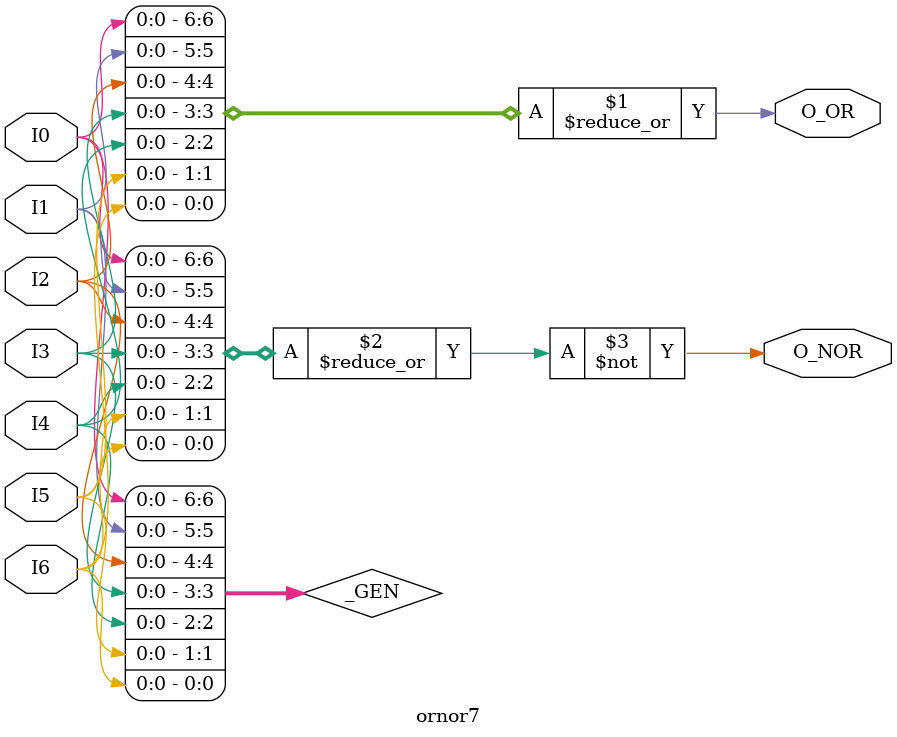
<source format=v>
module ornor7(	// file.cleaned.mlir:2:3
  input  I0,	// file.cleaned.mlir:2:24
         I1,	// file.cleaned.mlir:2:37
         I2,	// file.cleaned.mlir:2:50
         I3,	// file.cleaned.mlir:2:63
         I4,	// file.cleaned.mlir:2:76
         I5,	// file.cleaned.mlir:2:89
         I6,	// file.cleaned.mlir:2:102
  output O_OR,	// file.cleaned.mlir:2:116
         O_NOR	// file.cleaned.mlir:2:131
);

  wire [6:0] _GEN = {I0, I1, I2, I3, I4, I5, I6};	// file.cleaned.mlir:5:10
  assign O_OR = |_GEN;	// file.cleaned.mlir:5:10, :6:10, :8:5
  assign O_NOR = ~(|_GEN);	// file.cleaned.mlir:5:10, :6:10, :7:10, :8:5
endmodule


</source>
